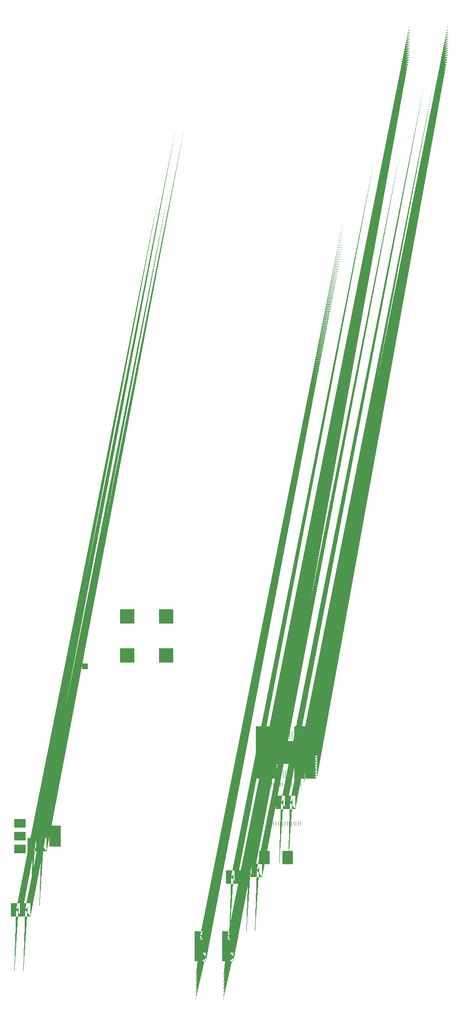
<source format=gbr>
%TF.GenerationSoftware,Flux,Pcbnew,7.0.11-7.0.11~ubuntu20.04.1*%
%TF.CreationDate,2024-08-20T12:49:29+00:00*%
%TF.ProjectId,input,696e7075-742e-46b6-9963-61645f706362,rev?*%
%TF.SameCoordinates,Original*%
%TF.FileFunction,Paste,Top*%
%TF.FilePolarity,Positive*%
%FSLAX46Y46*%
G04 Gerber Fmt 4.6, Leading zero omitted, Abs format (unit mm)*
G04 Filename: known-fuchsia-translation-collar*
G04 Build it with Flux! Visit our site at: https://www.flux.ai (PCBNEW 7.0.11-7.0.11~ubuntu20.04.1) date 2024-08-20 12:49:29*
%MOMM*%
%LPD*%
G01*
G04 APERTURE LIST*
G04 Aperture macros list*
%AMFreePoly0*
4,1,5,1.250000,-1.250000,-1.250000,-1.250000,-1.250000,1.250000,1.250000,1.250000,1.250000,-1.250000,1.250000,-1.250000,$1*%
%AMFreePoly1*
4,1,101,0.838362,0.299687,0.847883,0.298749,0.857322,0.297191,0.866639,0.295018,0.875794,0.292241,0.884748,0.288871,0.893463,0.284923,0.901900,0.280413,0.910024,0.275361,0.917801,0.269788,0.925196,0.263719,0.932179,0.257179,0.938719,0.250196,0.944788,0.242801,0.950361,0.235024,0.955413,0.226900,0.959923,0.218463,0.963871,0.209748,0.967241,0.200794,0.970018,0.191639,
0.972191,0.182322,0.973749,0.172883,0.974687,0.163362,0.975000,0.153800,0.975000,-0.153800,0.974687,-0.163362,0.973749,-0.172883,0.972191,-0.182322,0.970018,-0.191639,0.967241,-0.200794,0.963871,-0.209748,0.959923,-0.218463,0.955413,-0.226900,0.950361,-0.235024,0.944788,-0.242801,0.938719,-0.250196,0.932179,-0.257179,0.925196,-0.263719,0.917801,-0.269788,0.910024,-0.275361,
0.901900,-0.280413,0.893463,-0.284923,0.884748,-0.288871,0.875794,-0.292241,0.866639,-0.295018,0.857322,-0.297191,0.847883,-0.298749,0.838362,-0.299687,0.828800,-0.300000,-0.828800,-0.300000,-0.838362,-0.299687,-0.847883,-0.298749,-0.857322,-0.297191,-0.866639,-0.295018,-0.875794,-0.292241,-0.884748,-0.288871,-0.893463,-0.284923,-0.901900,-0.280413,-0.910024,-0.275361,-0.917801,-0.269788,
-0.925196,-0.263719,-0.932179,-0.257179,-0.938719,-0.250196,-0.944788,-0.242801,-0.950361,-0.235024,-0.955413,-0.226900,-0.959923,-0.218463,-0.963871,-0.209748,-0.967241,-0.200794,-0.970018,-0.191639,-0.972191,-0.182322,-0.973749,-0.172883,-0.974687,-0.163362,-0.975000,-0.153800,-0.975000,0.153800,-0.974687,0.163362,-0.973749,0.172883,-0.972191,0.182322,-0.970018,0.191639,-0.967241,0.200794,
-0.963871,0.209748,-0.959923,0.218463,-0.955413,0.226900,-0.950361,0.235024,-0.944788,0.242801,-0.938719,0.250196,-0.932179,0.257179,-0.925196,0.263719,-0.917801,0.269788,-0.910024,0.275361,-0.901900,0.280413,-0.893463,0.284923,-0.884748,0.288871,-0.875794,0.292241,-0.866639,0.295018,-0.857322,0.297191,-0.847883,0.298749,-0.838362,0.299687,-0.828800,0.300000,0.828800,0.300000,
0.838362,0.299687,0.838362,0.299687,$1*%
%AMFreePoly2*
4,1,5,1.000000,-0.750000,-1.000000,-0.750000,-1.000000,0.750000,1.000000,0.750000,1.000000,-0.750000,1.000000,-0.750000,$1*%
%AMFreePoly3*
4,1,5,1.000000,-1.900000,-1.000000,-1.900000,-1.000000,1.900000,1.000000,1.900000,1.000000,-1.900000,1.000000,-1.900000,$1*%
%AMFreePoly4*
4,1,5,0.550000,-0.550000,-0.550000,-0.550000,-0.550000,0.550000,0.550000,0.550000,0.550000,-0.550000,0.550000,-0.550000,$1*%
%AMFreePoly5*
4,1,101,0.053270,0.404870,0.057223,0.404481,0.061142,0.403834,0.065010,0.402932,0.068811,0.401779,0.072529,0.400379,0.076147,0.398740,0.079650,0.396868,0.083023,0.394770,0.086252,0.392457,0.089322,0.389937,0.092221,0.387221,0.094937,0.384322,0.097457,0.381252,0.099770,0.378023,0.101868,0.374650,0.103740,0.371147,0.105379,0.367529,0.106779,0.363811,0.107932,0.360010,
0.108834,0.356142,0.109481,0.352223,0.109870,0.348270,0.110000,0.344300,0.110000,-0.344300,0.109870,-0.348270,0.109481,-0.352223,0.108834,-0.356142,0.107932,-0.360010,0.106779,-0.363811,0.105379,-0.367529,0.103740,-0.371147,0.101868,-0.374650,0.099770,-0.378023,0.097457,-0.381252,0.094937,-0.384322,0.092221,-0.387221,0.089322,-0.389937,0.086252,-0.392457,0.083023,-0.394770,
0.079650,-0.396868,0.076147,-0.398740,0.072529,-0.400379,0.068811,-0.401779,0.065010,-0.402932,0.061142,-0.403834,0.057223,-0.404481,0.053270,-0.404870,0.049300,-0.405000,-0.049300,-0.405000,-0.053270,-0.404870,-0.057223,-0.404481,-0.061142,-0.403834,-0.065010,-0.402932,-0.068811,-0.401779,-0.072529,-0.400379,-0.076147,-0.398740,-0.079650,-0.396868,-0.083023,-0.394770,-0.086252,-0.392457,
-0.089322,-0.389937,-0.092221,-0.387221,-0.094937,-0.384322,-0.097457,-0.381252,-0.099770,-0.378023,-0.101868,-0.374650,-0.103740,-0.371147,-0.105379,-0.367529,-0.106779,-0.363811,-0.107932,-0.360010,-0.108834,-0.356142,-0.109481,-0.352223,-0.109870,-0.348270,-0.110000,-0.344300,-0.110000,0.344300,-0.109870,0.348270,-0.109481,0.352223,-0.108834,0.356142,-0.107932,0.360010,-0.106779,0.363811,
-0.105379,0.367529,-0.103740,0.371147,-0.101868,0.374650,-0.099770,0.378023,-0.097457,0.381252,-0.094937,0.384322,-0.092221,0.387221,-0.089322,0.389937,-0.086252,0.392457,-0.083023,0.394770,-0.079650,0.396868,-0.076147,0.398740,-0.072529,0.400379,-0.068811,0.401779,-0.065010,0.402932,-0.061142,0.403834,-0.057223,0.404481,-0.053270,0.404870,-0.049300,0.405000,0.049300,0.405000,
0.053270,0.404870,0.053270,0.404870,$1*%
%AMFreePoly6*
4,1,101,0.348270,0.109870,0.352223,0.109481,0.356142,0.108834,0.360010,0.107932,0.363811,0.106779,0.367529,0.105379,0.371147,0.103740,0.374650,0.101868,0.378023,0.099770,0.381252,0.097457,0.384322,0.094937,0.387221,0.092221,0.389937,0.089322,0.392457,0.086252,0.394770,0.083023,0.396868,0.079650,0.398740,0.076147,0.400379,0.072529,0.401779,0.068811,0.402932,0.065010,
0.403834,0.061142,0.404481,0.057223,0.404870,0.053270,0.405000,0.049300,0.405000,-0.049300,0.404870,-0.053270,0.404481,-0.057223,0.403834,-0.061142,0.402932,-0.065010,0.401779,-0.068811,0.400379,-0.072529,0.398740,-0.076147,0.396868,-0.079650,0.394770,-0.083023,0.392457,-0.086252,0.389937,-0.089322,0.387221,-0.092221,0.384322,-0.094937,0.381252,-0.097457,0.378023,-0.099770,
0.374650,-0.101868,0.371147,-0.103740,0.367529,-0.105379,0.363811,-0.106779,0.360010,-0.107932,0.356142,-0.108834,0.352223,-0.109481,0.348270,-0.109870,0.344300,-0.110000,-0.344300,-0.110000,-0.348270,-0.109870,-0.352223,-0.109481,-0.356142,-0.108834,-0.360010,-0.107932,-0.363811,-0.106779,-0.367529,-0.105379,-0.371147,-0.103740,-0.374650,-0.101868,-0.378023,-0.099770,-0.381252,-0.097457,
-0.384322,-0.094937,-0.387221,-0.092221,-0.389937,-0.089322,-0.392457,-0.086252,-0.394770,-0.083023,-0.396868,-0.079650,-0.398740,-0.076147,-0.400379,-0.072529,-0.401779,-0.068811,-0.402932,-0.065010,-0.403834,-0.061142,-0.404481,-0.057223,-0.404870,-0.053270,-0.405000,-0.049300,-0.405000,0.049300,-0.404870,0.053270,-0.404481,0.057223,-0.403834,0.061142,-0.402932,0.065010,-0.401779,0.068811,
-0.400379,0.072529,-0.398740,0.076147,-0.396868,0.079650,-0.394770,0.083023,-0.392457,0.086252,-0.389937,0.089322,-0.387221,0.092221,-0.384322,0.094937,-0.381252,0.097457,-0.378023,0.099770,-0.374650,0.101868,-0.371147,0.103740,-0.367529,0.105379,-0.363811,0.106779,-0.360010,0.107932,-0.356142,0.108834,-0.352223,0.109481,-0.348270,0.109870,-0.344300,0.110000,0.344300,0.110000,
0.348270,0.109870,0.348270,0.109870,$1*%
%AMFreePoly7*
4,1,5,2.000000,-2.000000,-2.000000,-2.000000,-2.000000,2.000000,2.000000,2.000000,2.000000,-2.000000,2.000000,-2.000000,$1*%
%AMFreePoly8*
4,1,101,0.383457,0.474848,0.388093,0.474391,0.392690,0.473632,0.397228,0.472574,0.401686,0.471221,0.406047,0.469580,0.410291,0.467657,0.414400,0.465461,0.418357,0.463001,0.422144,0.460287,0.425745,0.457331,0.429146,0.454146,0.432331,0.450745,0.435287,0.447144,0.438001,0.443357,0.440461,0.439400,0.442657,0.435291,0.444580,0.431047,0.446221,0.426686,0.447574,0.422228,
0.448632,0.417690,0.449391,0.413093,0.449848,0.408457,0.450000,0.403800,0.450000,-0.403800,0.449848,-0.408457,0.449391,-0.413093,0.448632,-0.417690,0.447574,-0.422228,0.446221,-0.426686,0.444580,-0.431047,0.442657,-0.435291,0.440461,-0.439400,0.438001,-0.443357,0.435287,-0.447144,0.432331,-0.450745,0.429146,-0.454146,0.425745,-0.457331,0.422144,-0.460287,0.418357,-0.463001,
0.414400,-0.465461,0.410291,-0.467657,0.406047,-0.469580,0.401686,-0.471221,0.397228,-0.472574,0.392690,-0.473632,0.388093,-0.474391,0.383457,-0.474848,0.378800,-0.475000,-0.378800,-0.475000,-0.383457,-0.474848,-0.388093,-0.474391,-0.392690,-0.473632,-0.397228,-0.472574,-0.401686,-0.471221,-0.406047,-0.469580,-0.410291,-0.467657,-0.414400,-0.465461,-0.418357,-0.463001,-0.422144,-0.460287,
-0.425745,-0.457331,-0.429146,-0.454146,-0.432331,-0.450745,-0.435287,-0.447144,-0.438001,-0.443357,-0.440461,-0.439400,-0.442657,-0.435291,-0.444580,-0.431047,-0.446221,-0.426686,-0.447574,-0.422228,-0.448632,-0.417690,-0.449391,-0.413093,-0.449848,-0.408457,-0.450000,-0.403800,-0.450000,0.403800,-0.449848,0.408457,-0.449391,0.413093,-0.448632,0.417690,-0.447574,0.422228,-0.446221,0.426686,
-0.444580,0.431047,-0.442657,0.435291,-0.440461,0.439400,-0.438001,0.443357,-0.435287,0.447144,-0.432331,0.450745,-0.429146,0.454146,-0.425745,0.457331,-0.422144,0.460287,-0.418357,0.463001,-0.414400,0.465461,-0.410291,0.467657,-0.406047,0.469580,-0.401686,0.471221,-0.397228,0.472574,-0.392690,0.473632,-0.388093,0.474391,-0.383457,0.474848,-0.378800,0.475000,0.378800,0.475000,
0.383457,0.474848,0.383457,0.474848,$1*%
%AMFreePoly9*
4,1,5,0.950000,-1.200000,-0.950000,-1.200000,-0.950000,1.200000,0.950000,1.200000,0.950000,-1.200000,0.950000,-1.200000,$1*%
G04 Aperture macros list end*
%ADD10FreePoly0,0.000000*%
%ADD11FreePoly1,0.000000*%
%ADD12FreePoly2,0.000000*%
%ADD13FreePoly3,0.000000*%
%ADD14FreePoly4,0.000000*%
%ADD15FreePoly5,0.000000*%
%ADD16FreePoly6,0.000000*%
%ADD17FreePoly7,0.000000*%
%ADD18FreePoly8,0.000000*%
%ADD19FreePoly9,0.000000*%
G04 APERTURE END LIST*
D10*
%TO.C,*%
X-2139300Y31065200D03*
X-2139300Y24065200D03*
X4860700Y24065200D03*
X4860700Y31065200D03*
D11*
X10905200Y-25749200D03*
X15855200Y-28289200D03*
X10905200Y-28289200D03*
X10905200Y-29559200D03*
X10905200Y-27019200D03*
X15855200Y-25749200D03*
X15855200Y-27019200D03*
X15855200Y-29559200D03*
D12*
X-21246900Y-5780400D03*
X-21246900Y-10380400D03*
X-21246900Y-8080400D03*
D13*
X-14946900Y-8080400D03*
D14*
X-12444900Y22154900D03*
X-9644900Y22154900D03*
D15*
X28082400Y10284500D03*
X28882400Y3394500D03*
X26482400Y3394500D03*
X28482400Y10284500D03*
X27282400Y10284500D03*
D16*
X29727400Y6239500D03*
D15*
X26082400Y3394500D03*
D16*
X22837400Y5439500D03*
X22837400Y7039500D03*
X22837400Y7839500D03*
D15*
X24882400Y3394500D03*
D16*
X29727400Y8639500D03*
D15*
X25682400Y10284500D03*
D16*
X22837400Y5839500D03*
D15*
X28882400Y10284500D03*
D16*
X29727400Y4639500D03*
X22837400Y9039500D03*
D15*
X24082400Y10284500D03*
X23682400Y10284500D03*
D16*
X22837400Y8639500D03*
X29727400Y8239500D03*
D15*
X28482400Y3394500D03*
X26882400Y3394500D03*
D16*
X29727400Y5839500D03*
D15*
X24882400Y10284500D03*
D16*
X29727400Y9039500D03*
D15*
X28082400Y3394500D03*
D16*
X22837400Y9439500D03*
D15*
X27682400Y3394500D03*
D16*
X22837400Y5039500D03*
X22837400Y6639500D03*
D15*
X26082400Y10284500D03*
X24082400Y3394500D03*
D16*
X29727400Y5039500D03*
X29727400Y9439500D03*
X29727400Y7439500D03*
D15*
X24482400Y3394500D03*
D16*
X29727400Y7039500D03*
D15*
X27682400Y10284500D03*
D16*
X29727400Y6639500D03*
X22837400Y7439500D03*
D15*
X27282400Y3394500D03*
X23682400Y3394500D03*
D17*
X26282400Y6839500D03*
D15*
X24482400Y10284500D03*
D16*
X22837400Y6239500D03*
X29727400Y5439500D03*
D15*
X25282400Y10284500D03*
X25282400Y3394500D03*
D16*
X22837400Y4639500D03*
X29727400Y7839500D03*
D15*
X26882400Y10284500D03*
X25682400Y3394500D03*
D16*
X22837400Y8239500D03*
D15*
X26482400Y10284500D03*
D16*
X29727400Y4239500D03*
X22837400Y4239500D03*
D18*
X-17436000Y-9594300D03*
X-18986000Y-9594300D03*
X-20339700Y-21193000D03*
X-21889700Y-21193000D03*
X26908300Y-2089000D03*
X25358300Y-2089000D03*
D19*
X26498800Y-11904000D03*
X22398800Y-11904000D03*
D18*
X17959800Y-15389000D03*
X16409800Y-15389000D03*
X21027200Y-14147700D03*
X19477200Y-14147700D03*
%TD*%
M02*

</source>
